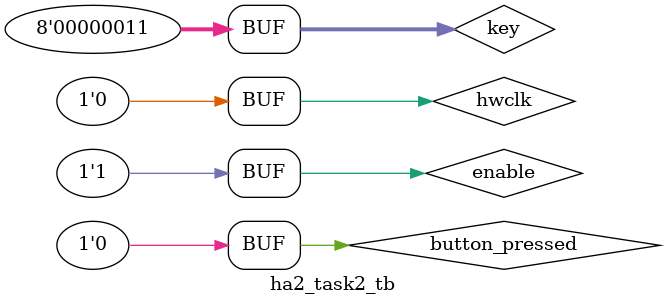
<source format=v>

`timescale 1ns / 1ps

module ha2_task2_tb();
  reg hwclk, enable = 0;
  reg [31:0] typed;
  
  reg [7:0] key = 0;
  reg button_pressed = 0;

  integer i, j;
  keyList keyListTB(.hwclk(hwclk),.key(key),.button_pressed(button_pressed),.typed(typed),.enable(enable));

  //go through increasingly large pulse width
  initial begin
    #8
    hwclk = 1;
    #8
    hwclk = 0;
    enable = 1;
    #8
    hwclk = 1;  
    $dumpfile("dump.vcd"); $dumpvars;
    for(key = 1; key < 9; key = key + 1) begin
      $display("key %d", key);
      #8
      hwclk = 0;
      #8
      hwclk = 1;
      #8
      hwclk = 0;
      button_pressed = 1;
      #8
      hwclk = 1;
      #8
      hwclk = 0;
      #8
      hwclk = 1;
      #8
      hwclk = 0;
      #8
      hwclk = 1;
      button_pressed = 0;
    end
    #8
    hwclk = 1;
    #8
    hwclk = 0;
    #8
    hwclk = 1;
    #8
    hwclk = 0;
    for(key = 7; key > 3; key = key - 1) begin
      #8
      hwclk = 0;
      #8
      hwclk = 1;
      #8
      hwclk = 0;
      button_pressed = 1;
      #8
      hwclk = 1;
      #8
      hwclk = 0;
      #8
      hwclk = 1;
      #8
      hwclk = 0;
      #8
      hwclk = 1;
      #8
      hwclk = 0;
      button_pressed = 0;
    end

  end
endmodule

</source>
